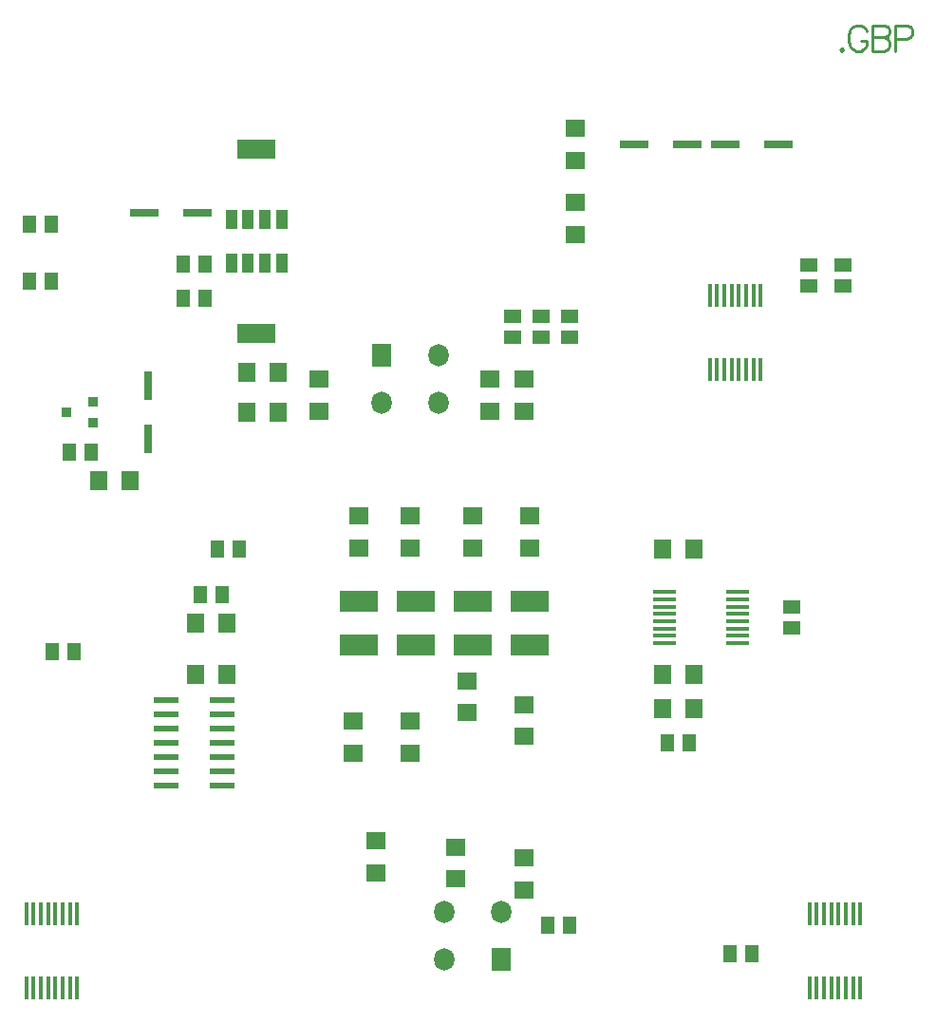
<source format=gbp>
%FSLAX42Y42*%
%MOMM*%
G71*
G01*
G75*
%ADD10R,1.50X1.30*%
%ADD11R,1.50X1.50*%
%ADD12R,2.15X0.40*%
%ADD13R,2.15X0.40*%
%ADD14R,0.40X2.15*%
%ADD15R,0.40X2.15*%
%ADD16R,1.30X1.50*%
%ADD17R,0.30X1.55*%
%ADD18R,1.55X0.30*%
%ADD19R,0.76X2.03*%
%ADD20R,2.03X0.76*%
%ADD21R,0.85X1.60*%
%ADD22R,1.80X1.60*%
%ADD23R,0.60X2.20*%
%ADD24O,1.60X1.40*%
%ADD25R,1.60X1.40*%
%ADD26R,0.60X2.20*%
%ADD27C,0.20*%
%ADD28C,0.30*%
%ADD29C,1.20*%
%ADD30C,0.23*%
%ADD31C,6.35*%
%ADD32C,1.50*%
%ADD33C,1.57*%
%ADD34R,1.57X1.57*%
%ADD35C,1.00*%
%ADD36C,1.25*%
%ADD37R,0.80X2.55*%
%ADD38R,2.55X0.80*%
%ADD39R,1.60X1.80*%
%ADD40O,1.80X2.00*%
%ADD41R,1.80X2.00*%
%ADD42R,0.95X0.90*%
%ADD43R,1.00X1.70*%
%ADD44R,3.40X1.70*%
%ADD45R,2.20X0.60*%
%ADD46R,3.40X1.90*%
%ADD47C,1.00*%
%ADD48C,0.20*%
%ADD49C,0.25*%
%ADD50C,0.25*%
%ADD51C,0.25*%
%ADD52C,0.15*%
%ADD53C,0.23*%
%ADD54R,0.40X0.50*%
%ADD55R,0.40X0.50*%
%ADD56R,19.05X5.08*%
%ADD57C,0.10*%
%ADD58R,0.50X0.40*%
%ADD59R,0.50X0.40*%
D10*
X17932Y20022D02*
D03*
Y20212D02*
D03*
X18085Y23070D02*
D03*
Y23260D02*
D03*
X15697Y22613D02*
D03*
Y22803D02*
D03*
X15951Y22613D02*
D03*
Y22803D02*
D03*
X15443Y22613D02*
D03*
Y22803D02*
D03*
X18390Y23070D02*
D03*
Y23260D02*
D03*
D12*
X17447Y20344D02*
D03*
D13*
Y20279D02*
D03*
Y20214D02*
D03*
Y20149D02*
D03*
Y20084D02*
D03*
Y20019D02*
D03*
Y19954D02*
D03*
Y19889D02*
D03*
X16792Y20344D02*
D03*
Y20279D02*
D03*
Y20214D02*
D03*
Y20149D02*
D03*
Y20084D02*
D03*
Y20019D02*
D03*
Y19954D02*
D03*
Y19889D02*
D03*
D14*
X11556Y16818D02*
D03*
X18541D02*
D03*
X17197Y22984D02*
D03*
D15*
X11491Y16818D02*
D03*
X11426D02*
D03*
X11361D02*
D03*
X11296D02*
D03*
X11231D02*
D03*
X11166D02*
D03*
X11101D02*
D03*
X11556Y17473D02*
D03*
X11491D02*
D03*
X11426D02*
D03*
X11361D02*
D03*
X11296D02*
D03*
X11231D02*
D03*
X11166D02*
D03*
X11101D02*
D03*
X18476Y16818D02*
D03*
X18411D02*
D03*
X18346D02*
D03*
X18281D02*
D03*
X18216D02*
D03*
X18151D02*
D03*
X18086D02*
D03*
X18541Y17473D02*
D03*
X18476D02*
D03*
X18411D02*
D03*
X18346D02*
D03*
X18281D02*
D03*
X18216D02*
D03*
X18151D02*
D03*
X18086D02*
D03*
X17262Y22984D02*
D03*
X17327D02*
D03*
X17392D02*
D03*
X17457D02*
D03*
X17522D02*
D03*
X17587D02*
D03*
X17652D02*
D03*
X17197Y22329D02*
D03*
X17262D02*
D03*
X17327D02*
D03*
X17392D02*
D03*
X17457D02*
D03*
X17522D02*
D03*
X17587D02*
D03*
X17652D02*
D03*
D16*
X15945Y17374D02*
D03*
X15755D02*
D03*
X17011Y18999D02*
D03*
X16821D02*
D03*
X12656Y20320D02*
D03*
X12846D02*
D03*
X12503Y22962D02*
D03*
X12693D02*
D03*
X11132Y23114D02*
D03*
X11322D02*
D03*
X11677Y21590D02*
D03*
X11487D02*
D03*
X11525Y19812D02*
D03*
X12693Y23266D02*
D03*
X12503D02*
D03*
X17380Y17120D02*
D03*
X17570D02*
D03*
X11132Y23622D02*
D03*
X11322D02*
D03*
X12808Y20726D02*
D03*
X12998D02*
D03*
X11335Y19812D02*
D03*
D22*
X14021Y19190D02*
D03*
Y18910D02*
D03*
X14529D02*
D03*
Y19190D02*
D03*
X15037Y19266D02*
D03*
Y19546D02*
D03*
X15545Y19062D02*
D03*
Y19342D02*
D03*
X14529Y21019D02*
D03*
Y20739D02*
D03*
X15596Y21019D02*
D03*
Y20739D02*
D03*
X15088Y21019D02*
D03*
Y20739D02*
D03*
X14072Y21019D02*
D03*
Y20739D02*
D03*
X13716Y21958D02*
D03*
Y22238D02*
D03*
X15240Y21958D02*
D03*
Y22238D02*
D03*
X15545Y21958D02*
D03*
Y22238D02*
D03*
Y17971D02*
D03*
Y17691D02*
D03*
X14935Y18072D02*
D03*
Y17792D02*
D03*
X14224Y18123D02*
D03*
Y17843D02*
D03*
X16002Y24193D02*
D03*
Y24473D02*
D03*
Y23813D02*
D03*
Y23533D02*
D03*
D30*
X18375Y25188D02*
X18364Y25177D01*
X18375Y25166D01*
X18386Y25177D01*
X18375Y25188D01*
X18599Y25340D02*
X18588Y25362D01*
X18567Y25384D01*
X18545Y25395D01*
X18501D01*
X18480Y25384D01*
X18458Y25362D01*
X18447Y25340D01*
X18436Y25308D01*
Y25253D01*
X18447Y25221D01*
X18458Y25199D01*
X18480Y25177D01*
X18501Y25166D01*
X18545D01*
X18567Y25177D01*
X18588Y25199D01*
X18599Y25221D01*
Y25253D01*
X18545D02*
X18599D01*
X18652Y25395D02*
Y25166D01*
Y25395D02*
X18749D01*
X18782Y25384D01*
X18793Y25373D01*
X18804Y25351D01*
Y25330D01*
X18793Y25308D01*
X18782Y25297D01*
X18749Y25286D01*
X18652D02*
X18749D01*
X18782Y25275D01*
X18793Y25264D01*
X18804Y25243D01*
Y25210D01*
X18793Y25188D01*
X18782Y25177D01*
X18749Y25166D01*
X18652D01*
X18855Y25275D02*
X18953D01*
X18986Y25286D01*
X18997Y25297D01*
X19007Y25319D01*
Y25351D01*
X18997Y25373D01*
X18986Y25384D01*
X18953Y25395D01*
X18855D01*
Y25166D01*
D37*
X12192Y22183D02*
D03*
Y21708D02*
D03*
D38*
X12633Y23724D02*
D03*
X12158D02*
D03*
X17001Y24333D02*
D03*
X16526D02*
D03*
X17814D02*
D03*
X17339D02*
D03*
D39*
X11747Y21336D02*
D03*
X12027D02*
D03*
X13348Y21946D02*
D03*
X13068D02*
D03*
X13348Y22301D02*
D03*
X13068D02*
D03*
X16776Y20726D02*
D03*
X17056D02*
D03*
X16776Y19609D02*
D03*
X17056D02*
D03*
X16776Y19304D02*
D03*
X17056D02*
D03*
X12891Y19609D02*
D03*
X12611D02*
D03*
X12891Y20066D02*
D03*
X12611D02*
D03*
D40*
X14783Y22034D02*
D03*
X14275D02*
D03*
X14783Y22454D02*
D03*
X14834Y17489D02*
D03*
X15342D02*
D03*
X14834Y17069D02*
D03*
D41*
X14275Y22454D02*
D03*
X15342Y17069D02*
D03*
D42*
X11465Y21946D02*
D03*
X11700Y21851D02*
D03*
Y22041D02*
D03*
D43*
X13382Y23274D02*
D03*
X13082D02*
D03*
X13232D02*
D03*
X12932D02*
D03*
Y23665D02*
D03*
X13232D02*
D03*
X13082D02*
D03*
X13382D02*
D03*
D44*
X13157Y22649D02*
D03*
Y24290D02*
D03*
D45*
X12348Y18618D02*
D03*
Y18745D02*
D03*
Y18872D02*
D03*
Y18999D02*
D03*
Y19126D02*
D03*
Y19253D02*
D03*
Y19380D02*
D03*
X12848Y18618D02*
D03*
Y18745D02*
D03*
Y18872D02*
D03*
Y18999D02*
D03*
Y19126D02*
D03*
Y19253D02*
D03*
Y19380D02*
D03*
D46*
X14072Y20261D02*
D03*
Y19871D02*
D03*
X14580Y20261D02*
D03*
Y19871D02*
D03*
X15596Y20261D02*
D03*
Y19871D02*
D03*
X15088Y20261D02*
D03*
Y19871D02*
D03*
M02*

</source>
